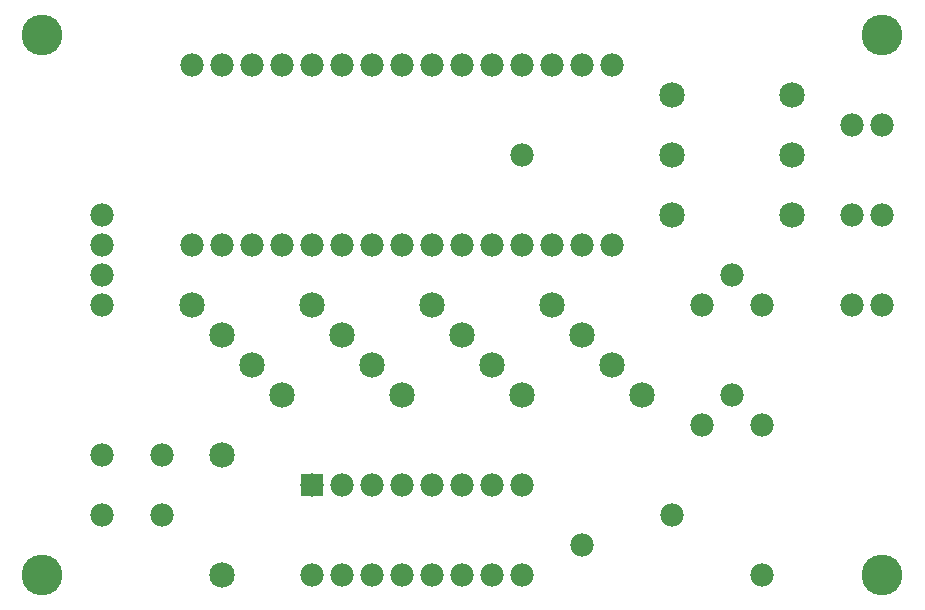
<source format=gbs>
G04 MADE WITH FRITZING*
G04 WWW.FRITZING.ORG*
G04 DOUBLE SIDED*
G04 HOLES PLATED*
G04 CONTOUR ON CENTER OF CONTOUR VECTOR*
%ASAXBY*%
%FSLAX23Y23*%
%MOIN*%
%OFA0B0*%
%SFA1.0B1.0*%
%ADD10C,0.077717*%
%ADD11C,0.085000*%
%ADD12C,0.135984*%
%ADD13R,0.077716X0.077716*%
%LNMASK0*%
G90*
G70*
G54D10*
X1758Y1502D03*
X2958Y1602D03*
X2858Y1602D03*
X2558Y102D03*
X2958Y1002D03*
X2858Y1002D03*
X558Y502D03*
X358Y502D03*
X558Y302D03*
X358Y302D03*
X2958Y1302D03*
X2858Y1302D03*
X2258Y302D03*
X658Y1202D03*
X758Y1202D03*
X858Y1202D03*
X958Y1202D03*
X1058Y1202D03*
X1158Y1202D03*
X1258Y1202D03*
X1358Y1202D03*
X1458Y1202D03*
X1558Y1202D03*
X1658Y1202D03*
X1758Y1202D03*
X1858Y1202D03*
X1958Y1202D03*
X2058Y1202D03*
X358Y1002D03*
X358Y1102D03*
X358Y1202D03*
X358Y1302D03*
X2558Y602D03*
X2458Y1102D03*
X2558Y1002D03*
X2458Y702D03*
X2358Y1002D03*
X2358Y602D03*
X1958Y202D03*
X658Y1802D03*
X758Y1802D03*
X858Y1802D03*
X958Y1802D03*
X1058Y1802D03*
X1158Y1802D03*
X1258Y1802D03*
X1358Y1802D03*
X1458Y1802D03*
X1558Y1802D03*
X1658Y1802D03*
X1758Y1802D03*
X1858Y1802D03*
X1958Y1802D03*
X2058Y1802D03*
G54D11*
X1858Y1002D03*
X1458Y1002D03*
X2058Y802D03*
X1658Y802D03*
X2158Y702D03*
X1758Y702D03*
X1958Y902D03*
X1558Y902D03*
X1058Y1002D03*
X658Y1002D03*
X1158Y902D03*
X758Y902D03*
X1258Y802D03*
X858Y802D03*
X1358Y702D03*
X958Y702D03*
G54D12*
X2958Y1902D03*
X158Y102D03*
X158Y1902D03*
X2958Y102D03*
G54D10*
X1058Y402D03*
X1058Y102D03*
X1158Y402D03*
X1158Y102D03*
X1258Y402D03*
X1258Y102D03*
X1358Y402D03*
X1358Y102D03*
X1458Y402D03*
X1458Y102D03*
X1558Y402D03*
X1558Y102D03*
X1658Y402D03*
X1658Y102D03*
X1758Y402D03*
X1758Y102D03*
X1058Y402D03*
X1058Y102D03*
X1158Y402D03*
X1158Y102D03*
X1258Y402D03*
X1258Y102D03*
X1358Y402D03*
X1358Y102D03*
X1458Y402D03*
X1458Y102D03*
X1558Y402D03*
X1558Y102D03*
X1658Y402D03*
X1658Y102D03*
X1758Y402D03*
X1758Y102D03*
G54D11*
X2258Y1302D03*
X2658Y1302D03*
X2258Y1702D03*
X2658Y1702D03*
X2258Y1502D03*
X2658Y1502D03*
X758Y102D03*
X758Y502D03*
G54D13*
X1058Y402D03*
X1058Y402D03*
G04 End of Mask0*
M02*
</source>
